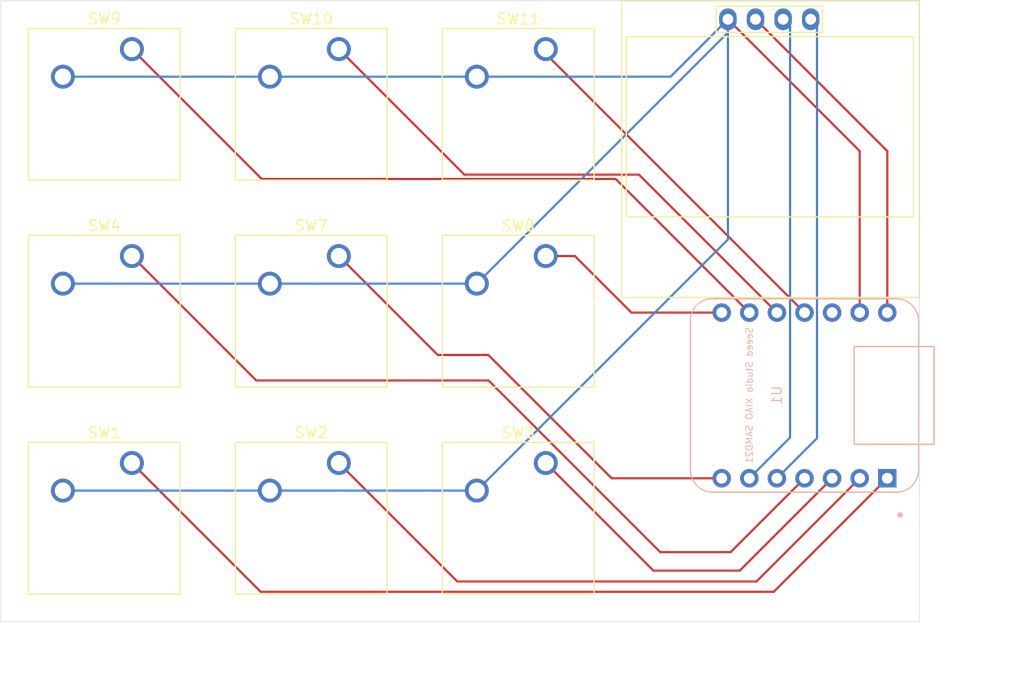
<source format=kicad_pcb>
(kicad_pcb (version 20240108) (generator "pcbnew") (generator_version "8.0")
  (layers (0 "F.Cu" signal) (31 "B.Cu" signal) (34 "B.Paste" user) (35 "F.Paste" user) (36 "B.SilkS" user "B.Silkscreen") (37 "F.SilkS" user "F.Silkscreen") (38 "B.Mask" user) (39 "F.Mask" user) (44 "Edge.Cuts" user))
  (net 0 "")
  (net 1 "GND")
  (net 2 "Net-(Brd1-SCL)")
  (net 3 "Net-(U1-PA02_A0_D0)")
  (net 4 "Net-(U1-PA4_A1_D1)")
  (net 5 "Net-(U1-PA10_A2_D2)")
  (net 6 "Net-(U1-PA11_A3_D3)")
  (net 7 "Net-(U1-PB09_A7_D7_RX)")
  (net 8 "Net-(U1-PA7_A8_D8_SCK)")
  (net 9 "Net-(U1-PA5_A9_D9_MISO)")
  (net 10 "Net-(U1-PA6_A10_D10_MOSI)")
  (net 12 "Net-(Brd1-SDA)")
  (net 13 "Net-(Brd1-VCC)")
  (net 14 "Net-(U1-PB08_A6_D6_TX)")
  (footprint "Button_Switch_Keyboard:SW_Cherry_MX_1.00u_PCB" (layer "F.Cu") (at 62.165 54.545)
    (property "Reference" "SW3" (at -2.54 -2.794 0) (layer "F.SilkS"))
    (property "Value" "SW_Push")
    (fp_line (start -9.525 -1.905) (end 4.445 -1.905) (stroke (width 0.12)) (layer "F.SilkS"))
    (fp_line (start -9.525 12.065) (end -9.525 -1.905) (stroke (width 0.12)) (layer "F.SilkS"))
    (fp_line (start 4.445 -1.905) (end 4.445 12.065) (stroke (width 0.12)) (layer "F.SilkS"))
    (fp_line (start 4.445 12.065) (end -9.525 12.065) (stroke (width 0.12)) (layer "F.SilkS"))
    (pad "" np_thru_hole circle (at -7.62 5.08) (size 1.7 1.7) (drill 1.7) (layers "*.Cu" "*.Mask"))
    (pad "" np_thru_hole circle (at -2.54 5.08) (size 4 4) (drill 4) (layers "*.Cu" "*.Mask"))
    (pad "" np_thru_hole circle (at 2.54 5.08) (size 1.7 1.7) (drill 1.7) (layers "*.Cu" "*.Mask"))
    (pad "1" thru_hole circle (at 0 0) (size 2.2 2.2) (drill 1.5) (layers "*.Cu" "*.Mask") (net 5 "Net-(U1-PA10_A2_D2)"))
    (pad "2" thru_hole circle (at -6.35 2.54) (size 2.2 2.2) (drill 1.5) (layers "*.Cu" "*.Mask") (net 1 "GND"))
  )
  (footprint "Button_Switch_Keyboard:SW_Cherry_MX_1.00u_PCB" (layer "F.Cu") (at 62.165 16.445)
    (property "Reference" "SW11" (at -2.54 -2.794 0) (layer "F.SilkS"))
    (property "Value" "SW_Push")
    (fp_line (start -9.525 -1.905) (end 4.445 -1.905) (stroke (width 0.12)) (layer "F.SilkS"))
    (fp_line (start -9.525 12.065) (end -9.525 -1.905) (stroke (width 0.12)) (layer "F.SilkS"))
    (fp_line (start 4.445 -1.905) (end 4.445 12.065) (stroke (width 0.12)) (layer "F.SilkS"))
    (fp_line (start 4.445 12.065) (end -9.525 12.065) (stroke (width 0.12)) (layer "F.SilkS"))
    (pad "" np_thru_hole circle (at -7.62 5.08) (size 1.7 1.7) (drill 1.7) (layers "*.Cu" "*.Mask"))
    (pad "" np_thru_hole circle (at -2.54 5.08) (size 4 4) (drill 4) (layers "*.Cu" "*.Mask"))
    (pad "" np_thru_hole circle (at 2.54 5.08) (size 1.7 1.7) (drill 1.7) (layers "*.Cu" "*.Mask"))
    (pad "1" thru_hole circle (at 0 0) (size 2.2 2.2) (drill 1.5) (layers "*.Cu" "*.Mask") (net 10 "Net-(U1-PA6_A10_D10_MOSI)"))
    (pad "2" thru_hole circle (at -6.35 2.54) (size 2.2 2.2) (drill 1.5) (layers "*.Cu" "*.Mask") (net 1 "GND"))
  )
  (footprint "Button_Switch_Keyboard:SW_Cherry_MX_1.00u_PCB" (layer "F.Cu") (at 24.065 35.495)
    (property "Reference" "SW4" (at -2.54 -2.794 0) (layer "F.SilkS"))
    (property "Value" "SW_Push")
    (fp_line (start -9.525 -1.905) (end 4.445 -1.905) (stroke (width 0.12)) (layer "F.SilkS"))
    (fp_line (start -9.525 12.065) (end -9.525 -1.905) (stroke (width 0.12)) (layer "F.SilkS"))
    (fp_line (start 4.445 -1.905) (end 4.445 12.065) (stroke (width 0.12)) (layer "F.SilkS"))
    (fp_line (start 4.445 12.065) (end -9.525 12.065) (stroke (width 0.12)) (layer "F.SilkS"))
    (pad "" np_thru_hole circle (at -7.62 5.08) (size 1.7 1.7) (drill 1.7) (layers "*.Cu" "*.Mask"))
    (pad "" np_thru_hole circle (at -2.54 5.08) (size 4 4) (drill 4) (layers "*.Cu" "*.Mask"))
    (pad "" np_thru_hole circle (at 2.54 5.08) (size 1.7 1.7) (drill 1.7) (layers "*.Cu" "*.Mask"))
    (pad "1" thru_hole circle (at 0 0) (size 2.2 2.2) (drill 1.5) (layers "*.Cu" "*.Mask") (net 6 "Net-(U1-PA11_A3_D3)"))
    (pad "2" thru_hole circle (at -6.35 2.54) (size 2.2 2.2) (drill 1.5) (layers "*.Cu" "*.Mask") (net 1 "GND"))
  )
  (footprint "Button_Switch_Keyboard:SW_Cherry_MX_1.00u_PCB" (layer "F.Cu") (at 24.065 54.545)
    (property "Reference" "SW1" (at -2.54 -2.794 0) (layer "F.SilkS"))
    (property "Value" "SW_Push")
    (fp_line (start -9.525 -1.905) (end 4.445 -1.905) (stroke (width 0.12)) (layer "F.SilkS"))
    (fp_line (start -9.525 12.065) (end -9.525 -1.905) (stroke (width 0.12)) (layer "F.SilkS"))
    (fp_line (start 4.445 -1.905) (end 4.445 12.065) (stroke (width 0.12)) (layer "F.SilkS"))
    (fp_line (start 4.445 12.065) (end -9.525 12.065) (stroke (width 0.12)) (layer "F.SilkS"))
    (pad "" np_thru_hole circle (at -7.62 5.08) (size 1.7 1.7) (drill 1.7) (layers "*.Cu" "*.Mask"))
    (pad "" np_thru_hole circle (at -2.54 5.08) (size 4 4) (drill 4) (layers "*.Cu" "*.Mask"))
    (pad "" np_thru_hole circle (at 2.54 5.08) (size 1.7 1.7) (drill 1.7) (layers "*.Cu" "*.Mask"))
    (pad "1" thru_hole circle (at 0 0) (size 2.2 2.2) (drill 1.5) (layers "*.Cu" "*.Mask") (net 3 "Net-(U1-PA02_A0_D0)"))
    (pad "2" thru_hole circle (at -6.35 2.54) (size 2.2 2.2) (drill 1.5) (layers "*.Cu" "*.Mask") (net 1 "GND"))
  )
  (footprint "Button_Switch_Keyboard:SW_Cherry_MX_1.00u_PCB" (layer "F.Cu") (at 62.165 35.495)
    (property "Reference" "SW8" (at -2.54 -2.794 0) (layer "F.SilkS"))
    (property "Value" "SW_Push")
    (fp_line (start -9.525 -1.905) (end 4.445 -1.905) (stroke (width 0.12)) (layer "F.SilkS"))
    (fp_line (start -9.525 12.065) (end -9.525 -1.905) (stroke (width 0.12)) (layer "F.SilkS"))
    (fp_line (start 4.445 -1.905) (end 4.445 12.065) (stroke (width 0.12)) (layer "F.SilkS"))
    (fp_line (start 4.445 12.065) (end -9.525 12.065) (stroke (width 0.12)) (layer "F.SilkS"))
    (pad "" np_thru_hole circle (at -7.62 5.08) (size 1.7 1.7) (drill 1.7) (layers "*.Cu" "*.Mask"))
    (pad "" np_thru_hole circle (at -2.54 5.08) (size 4 4) (drill 4) (layers "*.Cu" "*.Mask"))
    (pad "" np_thru_hole circle (at 2.54 5.08) (size 1.7 1.7) (drill 1.7) (layers "*.Cu" "*.Mask"))
    (pad "1" thru_hole circle (at 0 0) (size 2.2 2.2) (drill 1.5) (layers "*.Cu" "*.Mask") (net 7 "Net-(U1-PB09_A7_D7_RX)"))
    (pad "2" thru_hole circle (at -6.35 2.54) (size 2.2 2.2) (drill 1.5) (layers "*.Cu" "*.Mask") (net 1 "GND"))
  )
  (footprint "Button_Switch_Keyboard:SW_Cherry_MX_1.00u_PCB" (layer "F.Cu") (at 43.115 16.445)
    (property "Reference" "SW10" (at -2.54 -2.794 0) (layer "F.SilkS"))
    (property "Value" "SW_Push")
    (fp_line (start -9.525 -1.905) (end 4.445 -1.905) (stroke (width 0.12)) (layer "F.SilkS"))
    (fp_line (start -9.525 12.065) (end -9.525 -1.905) (stroke (width 0.12)) (layer "F.SilkS"))
    (fp_line (start 4.445 -1.905) (end 4.445 12.065) (stroke (width 0.12)) (layer "F.SilkS"))
    (fp_line (start 4.445 12.065) (end -9.525 12.065) (stroke (width 0.12)) (layer "F.SilkS"))
    (pad "" np_thru_hole circle (at -7.62 5.08) (size 1.7 1.7) (drill 1.7) (layers "*.Cu" "*.Mask"))
    (pad "" np_thru_hole circle (at -2.54 5.08) (size 4 4) (drill 4) (layers "*.Cu" "*.Mask"))
    (pad "" np_thru_hole circle (at 2.54 5.08) (size 1.7 1.7) (drill 1.7) (layers "*.Cu" "*.Mask"))
    (pad "1" thru_hole circle (at 0 0) (size 2.2 2.2) (drill 1.5) (layers "*.Cu" "*.Mask") (net 9 "Net-(U1-PA5_A9_D9_MISO)"))
    (pad "2" thru_hole circle (at -6.35 2.54) (size 2.2 2.2) (drill 1.5) (layers "*.Cu" "*.Mask") (net 1 "GND"))
  )
  (footprint "Button_Switch_Keyboard:SW_Cherry_MX_1.00u_PCB" (layer "F.Cu") (at 43.115 35.495)
    (property "Reference" "SW7" (at -2.54 -2.794 0) (layer "F.SilkS"))
    (property "Value" "SW_Push")
    (fp_line (start -9.525 -1.905) (end 4.445 -1.905) (stroke (width 0.12)) (layer "F.SilkS"))
    (fp_line (start -9.525 12.065) (end -9.525 -1.905) (stroke (width 0.12)) (layer "F.SilkS"))
    (fp_line (start 4.445 -1.905) (end 4.445 12.065) (stroke (width 0.12)) (layer "F.SilkS"))
    (fp_line (start 4.445 12.065) (end -9.525 12.065) (stroke (width 0.12)) (layer "F.SilkS"))
    (pad "" np_thru_hole circle (at -7.62 5.08) (size 1.7 1.7) (drill 1.7) (layers "*.Cu" "*.Mask"))
    (pad "" np_thru_hole circle (at -2.54 5.08) (size 4 4) (drill 4) (layers "*.Cu" "*.Mask"))
    (pad "" np_thru_hole circle (at 2.54 5.08) (size 1.7 1.7) (drill 1.7) (layers "*.Cu" "*.Mask"))
    (pad "1" thru_hole circle (at 0 0) (size 2.2 2.2) (drill 1.5) (layers "*.Cu" "*.Mask") (net 14 "Net-(U1-PB08_A6_D6_TX)"))
    (pad "2" thru_hole circle (at -6.35 2.54) (size 2.2 2.2) (drill 1.5) (layers "*.Cu" "*.Mask") (net 1 "GND"))
  )
  (footprint "Button_Switch_Keyboard:SW_Cherry_MX_1.00u_PCB" (layer "F.Cu") (at 24.065 16.445)
    (property "Reference" "SW9" (at -2.54 -2.794 0) (layer "F.SilkS"))
    (property "Value" "SW_Push")
    (fp_line (start -9.525 -1.905) (end 4.445 -1.905) (stroke (width 0.12)) (layer "F.SilkS"))
    (fp_line (start -9.525 12.065) (end -9.525 -1.905) (stroke (width 0.12)) (layer "F.SilkS"))
    (fp_line (start 4.445 -1.905) (end 4.445 12.065) (stroke (width 0.12)) (layer "F.SilkS"))
    (fp_line (start 4.445 12.065) (end -9.525 12.065) (stroke (width 0.12)) (layer "F.SilkS"))
    (pad "" np_thru_hole circle (at -7.62 5.08) (size 1.7 1.7) (drill 1.7) (layers "*.Cu" "*.Mask"))
    (pad "" np_thru_hole circle (at -2.54 5.08) (size 4 4) (drill 4) (layers "*.Cu" "*.Mask"))
    (pad "" np_thru_hole circle (at 2.54 5.08) (size 1.7 1.7) (drill 1.7) (layers "*.Cu" "*.Mask"))
    (pad "1" thru_hole circle (at 0 0) (size 2.2 2.2) (drill 1.5) (layers "*.Cu" "*.Mask") (net 8 "Net-(U1-PA7_A8_D8_SCK)"))
    (pad "2" thru_hole circle (at -6.35 2.54) (size 2.2 2.2) (drill 1.5) (layers "*.Cu" "*.Mask") (net 1 "GND"))
  )
  (footprint "SSD1306:128x64OLED" (layer "F.Cu") (at 82.55 24.3)
    (property "Reference" "Brd1" (hide yes))
    (property "Value" "SSD1306")
    (fp_line (start -13.4 -12.3) (end 14 -12.3) (stroke (width 0.12)) (layer "F.SilkS"))
    (fp_line (start -13.4 15) (end -13.4 -12.3) (stroke (width 0.12)) (layer "F.SilkS"))
    (fp_line (start -12.978 -9.005) (end 10.122 -9.005) (stroke (width 0.12)) (layer "F.SilkS"))
    (fp_line (start -12.978 7.595) (end -12.978 -9.005) (stroke (width 0.12)) (layer "F.SilkS"))
    (fp_line (start -4.699 -11.811) (end -4.699 -9.398) (stroke (width 0.12)) (layer "F.SilkS"))
    (fp_line (start -4.699 -11.811) (end 5.08 -11.811) (stroke (width 0.12)) (layer "F.SilkS"))
    (fp_line (start 5.08 -11.811) (end 5.08 -9.398) (stroke (width 0.12)) (layer "F.SilkS"))
    (fp_line (start 5.08 -9.398) (end -4.699 -9.398) (stroke (width 0.12)) (layer "F.SilkS"))
    (fp_line (start 10.122 -9.005) (end 13.208 -9.005) (stroke (width 0.12)) (layer "F.SilkS"))
    (fp_line (start 10.122 7.595) (end -12.978 7.595) (stroke (width 0.12)) (layer "F.SilkS"))
    (fp_line (start 10.122 7.595) (end 13.462 7.62) (stroke (width 0.12)) (layer "F.SilkS"))
    (fp_line (start 13.462 -9.017) (end 13.208 -9.005) (stroke (width 0.12)) (layer "F.SilkS"))
    (fp_line (start 13.462 7.62) (end 13.462 -9.017) (stroke (width 0.12)) (layer "F.SilkS"))
    (fp_line (start 14 -12.3) (end 14 15) (stroke (width 0.12)) (layer "F.SilkS"))
    (fp_line (start 14 15) (end -13.4 15) (stroke (width 0.12)) (layer "F.SilkS"))
    (pad "1" thru_hole oval (at -3.62 -10.6 90) (size 2 1.6) (drill 1) (layers "*.Cu" "*.Mask") (net 1 "GND"))
    (pad "2" thru_hole oval (at -1.08 -10.6 90) (size 2 1.6) (drill 1) (layers "*.Cu" "*.Mask") (net 13 "Net-(Brd1-VCC)"))
    (pad "3" thru_hole oval (at 1.46 -10.6 90) (size 2 1.6) (drill 1) (layers "*.Cu" "*.Mask") (net 2 "Net-(Brd1-SCL)"))
    (pad "4" thru_hole oval (at 4 -10.6 90) (size 2 1.6) (drill 1) (layers "*.Cu" "*.Mask") (net 12 "Net-(Brd1-SDA)"))
  )
  (footprint "Button_Switch_Keyboard:SW_Cherry_MX_1.00u_PCB" (layer "F.Cu") (at 43.115 54.545)
    (property "Reference" "SW2" (at -2.54 -2.794 0) (layer "F.SilkS"))
    (property "Value" "SW_Push")
    (fp_line (start -9.525 -1.905) (end 4.445 -1.905) (stroke (width 0.12)) (layer "F.SilkS"))
    (fp_line (start -9.525 12.065) (end -9.525 -1.905) (stroke (width 0.12)) (layer "F.SilkS"))
    (fp_line (start 4.445 -1.905) (end 4.445 12.065) (stroke (width 0.12)) (layer "F.SilkS"))
    (fp_line (start 4.445 12.065) (end -9.525 12.065) (stroke (width 0.12)) (layer "F.SilkS"))
    (pad "" np_thru_hole circle (at -7.62 5.08) (size 1.7 1.7) (drill 1.7) (layers "*.Cu" "*.Mask"))
    (pad "" np_thru_hole circle (at -2.54 5.08) (size 4 4) (drill 4) (layers "*.Cu" "*.Mask"))
    (pad "" np_thru_hole circle (at 2.54 5.08) (size 1.7 1.7) (drill 1.7) (layers "*.Cu" "*.Mask"))
    (pad "1" thru_hole circle (at 0 0) (size 2.2 2.2) (drill 1.5) (layers "*.Cu" "*.Mask") (net 4 "Net-(U1-PA4_A1_D1)"))
    (pad "2" thru_hole circle (at -6.35 2.54) (size 2.2 2.2) (drill 1.5) (layers "*.Cu" "*.Mask") (net 1 "GND"))
  )
  (footprint "Seeed Studio XIAO Series Library:XIAO-Generic-Thruhole-14P-2.54-21X17.8MM" (layer "B.Cu") (at 85.98 48.325 90)
    (property "Reference" "U1" (at 0 -2.54 90) (layer "B.SilkS") (effects (font (size 0.889 0.889) (thickness 0.1016)) (justify mirror)))
    (property "Value" "Seeed Studio XIAO SAMD21" (at 0 -5.08 90) (layer "B.SilkS") (effects (font (size 0.6096 0.6096) (thickness 0.0762)) (justify mirror)))
    (fp_line (start 6.9 -10.5) (end -6.9 -10.5) (stroke (width 0.127)) (layer "B.SilkS"))
    (fp_line (start -8.9 -8.5) (end -8.9 8.5) (stroke (width 0.127)) (layer "B.SilkS"))
    (fp_line (start 4.5 4.57073) (end 4.5 11.92403) (stroke (width 0.127)) (layer "B.SilkS"))
    (fp_line (start -4.5 4.57073) (end 4.5 4.57073) (stroke (width 0.127)) (layer "B.SilkS"))
    (fp_line (start 8.9 8.5) (end 8.9 -8.5) (stroke (width 0.127)) (layer "B.SilkS"))
    (fp_line (start -6.9 10.49909) (end 6.9 10.49909) (stroke (width 0.127)) (layer "B.SilkS"))
    (fp_line (start 4.5 11.92403) (end -4.5 11.92403) (stroke (width 0.127)) (layer "B.SilkS"))
    (fp_line (start -4.5 11.92403) (end -4.5 4.57073) (stroke (width 0.127)) (layer "B.SilkS"))
    (fp_arc (start 6.9 -10.5) (mid 8.314214 -9.914214) (end 8.9 -8.5) (stroke (width 0.12)) (layer "B.SilkS"))
    (fp_arc (start -8.9 -8.5) (mid -8.301423 -9.901423) (end -6.9 -10.5) (stroke (width 0.12)) (layer "B.SilkS"))
    (fp_arc (start 8.9 8.5) (mid 8.301492 9.901492) (end 6.9 10.5) (stroke (width 0.12)) (layer "B.SilkS"))
    (fp_arc (start -6.9 10.5) (mid -8.301491 9.901491) (end -8.9 8.5) (stroke (width 0.12)) (layer "B.SilkS"))
    (fp_circle (center -11 8.8) (end -11 9.054) (fill solid) (layer "B.SilkS"))
    (fp_poly (pts (xy -8.887715 8.561705) (xy -8.884667 8.610473) (xy -8.880603 8.659494)) (stroke (width 0.0254)) (fill none) (layer "B.SilkS"))
    (fp_poly (pts (xy 8.889492 -8.521574) (xy 8.887713 -8.57085) (xy 8.884665 -8.619618) (xy 8.880601 -8.668639) (xy 8.875268 -8.717407) (xy 8.868664 -8.766175) (xy 8.861044 -8.81469) (xy 8.852153 -8.86295) (xy 8.842248 -8.910955)) (stroke (width 0.0254)) (fill none) (layer "B.SilkS"))
    (pad "1" thru_hole rect (at -7.625 7.62 90) (size 1.7 1.7) (drill 1) (layers "*.Cu" "*.Mask") (net 3 "Net-(U1-PA02_A0_D0)"))
    (pad "2" thru_hole circle (at -7.625 5.08 90) (size 1.7 1.7) (drill 1) (layers "*.Cu" "*.Mask") (net 4 "Net-(U1-PA4_A1_D1)"))
    (pad "3" thru_hole circle (at -7.625 2.54 90) (size 1.7 1.7) (drill 1) (layers "*.Cu" "*.Mask") (net 5 "Net-(U1-PA10_A2_D2)"))
    (pad "4" thru_hole circle (at -7.625 0 90) (size 1.7 1.7) (drill 1) (layers "*.Cu" "*.Mask") (net 6 "Net-(U1-PA11_A3_D3)"))
    (pad "5" thru_hole circle (at -7.625 -2.54 90) (size 1.7 1.7) (drill 1) (layers "*.Cu" "*.Mask") (net 12 "Net-(Brd1-SDA)"))
    (pad "6" thru_hole circle (at -7.625 -5.08 270) (size 1.7 1.7) (drill 1) (layers "*.Cu" "*.Mask") (net 2 "Net-(Brd1-SCL)"))
    (pad "7" thru_hole circle (at -7.625 -7.62 90) (size 1.7 1.7) (drill 1) (layers "*.Cu" "*.Mask") (net 14 "Net-(U1-PB08_A6_D6_TX)"))
    (pad "8" thru_hole circle (at 7.625 -7.62 90) (size 1.7 1.7) (drill 1) (layers "*.Cu" "*.Mask") (net 7 "Net-(U1-PB09_A7_D7_RX)"))
    (pad "9" thru_hole circle (at 7.625 -5.08 90) (size 1.7 1.7) (drill 1) (layers "*.Cu" "*.Mask") (net 8 "Net-(U1-PA7_A8_D8_SCK)"))
    (pad "10" thru_hole circle (at 7.625 -2.54 90) (size 1.7 1.7) (drill 1) (layers "*.Cu" "*.Mask") (net 9 "Net-(U1-PA5_A9_D9_MISO)"))
    (pad "11" thru_hole circle (at 7.625 0 90) (size 1.7 1.7) (drill 1) (layers "*.Cu" "*.Mask") (net 10 "Net-(U1-PA6_A10_D10_MOSI)"))
    (pad "12" thru_hole circle (at 7.625 2.54 90) (size 1.7 1.7) (drill 1) (layers "*.Cu" "*.Mask"))
    (pad "13" thru_hole circle (at 7.625 5.08 90) (size 1.7 1.7) (drill 1) (layers "*.Cu" "*.Mask") (net 1 "GND"))
    (pad "14" thru_hole circle (at 7.625 7.62 90) (size 1.7 1.7) (drill 1) (layers "*.Cu" "*.Mask") (net 13 "Net-(Brd1-VCC)"))
  )
  (gr_rect (start 12 12) (end 96.55 69.15) (stroke (width 0.05)) (fill none) (layer "Edge.Cuts"))
  (segment (start 91.06 25.83) (end 78.93 13.7) (width 0.2) (layer "F.Cu") (net 1))
  (segment (start 91.06 40.7) (end 91.06 25.83) (width 0.2) (layer "F.Cu") (net 1))
  (segment (start 36.765 57.085) (end 17.715 57.085) (width 0.2) (layer "B.Cu") (net 1))
  (segment (start 36.765 38.035) (end 17.715 38.035) (width 0.2) (layer "B.Cu") (net 1))
  (segment (start 78.93 13.7) (end 73.645 18.985) (width 0.2) (layer "B.Cu") (net 1))
  (segment (start 55.815 57.085) (end 36.765 57.085) (width 0.2) (layer "B.Cu") (net 1))
  (segment (start 73.645 18.985) (end 55.815 18.985) (width 0.2) (layer "B.Cu") (net 1))
  (segment (start 36.765 18.985) (end 17.715 18.985) (width 0.2) (layer "B.Cu") (net 1))
  (segment (start 55.815 18.985) (end 36.765 18.985) (width 0.2) (layer "B.Cu") (net 1))
  (segment (start 78.93 33.97) (end 55.815 57.085) (width 0.2) (layer "B.Cu") (net 1))
  (segment (start 78.93 14.92) (end 55.815 38.035) (width 0.2) (layer "B.Cu") (net 1))
  (segment (start 55.815 38.035) (end 36.765 38.035) (width 0.2) (layer "B.Cu") (net 1))
  (segment (start 78.93 13.7) (end 78.93 14.92) (width 0.2) (layer "B.Cu") (net 1))
  (segment (start 78.93 13.7) (end 78.93 33.97) (width 0.2) (layer "B.Cu") (net 1))
  (segment (start 84.65 14.34) (end 84.65 52.2) (width 0.2) (layer "B.Cu") (net 2))
  (segment (start 84.65 52.2) (end 80.9 55.95) (width 0.2) (layer "B.Cu") (net 2))
  (segment (start 84.01 13.7) (end 84.65 14.34) (width 0.2) (layer "B.Cu") (net 2))
  (segment (start 83.15 66.4) (end 35.92 66.4) (width 0.2) (layer "F.Cu") (net 3))
  (segment (start 93.6 55.95) (end 83.15 66.4) (width 0.2) (layer "F.Cu") (net 3))
  (segment (start 35.92 66.4) (end 24.065 54.545) (width 0.2) (layer "F.Cu") (net 3))
  (segment (start 81.56 65.45) (end 54.02 65.45) (width 0.2) (layer "F.Cu") (net 4))
  (segment (start 91.06 55.95) (end 81.56 65.45) (width 0.2) (layer "F.Cu") (net 4))
  (segment (start 54.02 65.45) (end 43.115 54.545) (width 0.2) (layer "F.Cu") (net 4))
  (segment (start 80.02 64.45) (end 72.07 64.45) (width 0.2) (layer "F.Cu") (net 5))
  (segment (start 88.52 55.95) (end 80.02 64.45) (width 0.2) (layer "F.Cu") (net 5))
  (segment (start 72.07 64.45) (end 62.165 54.545) (width 0.2) (layer "F.Cu") (net 5))
  (segment (start 79.18 62.75) (end 72.7 62.75) (width 0.2) (layer "F.Cu") (net 6))
  (segment (start 85.98 55.95) (end 79.18 62.75) (width 0.2) (layer "F.Cu") (net 6))
  (segment (start 72.7 62.75) (end 56.896753 46.946753) (width 0.2) (layer "F.Cu") (net 6))
  (segment (start 56.896753 46.946753) (end 35.516753 46.946753) (width 0.2) (layer "F.Cu") (net 6))
  (segment (start 35.516753 46.946753) (end 24.065 35.495) (width 0.2) (layer "F.Cu") (net 6))
  (segment (start 70.05 40.7) (end 64.845 35.495) (width 0.2) (layer "F.Cu") (net 7))
  (segment (start 78.36 40.7) (end 70.05 40.7) (width 0.2) (layer "F.Cu") (net 7))
  (segment (start 64.845 35.495) (end 62.165 35.495) (width 0.2) (layer "F.Cu") (net 7))
  (segment (start 68.6 28.4) (end 36.02 28.4) (width 0.2) (layer "F.Cu") (net 8))
  (segment (start 36.02 28.4) (end 24.065 16.445) (width 0.2) (layer "F.Cu") (net 8))
  (segment (start 80.9 40.7) (end 68.6 28.4) (width 0.2) (layer "F.Cu") (net 8))
  (segment (start 83.44 40.7) (end 70.74 28) (width 0.2) (layer "F.Cu") (net 9))
  (segment (start 54.67 28) (end 43.115 16.445) (width 0.2) (layer "F.Cu") (net 9))
  (segment (start 70.74 28) (end 54.67 28) (width 0.2) (layer "F.Cu") (net 9))
  (segment (start 62.165 16.885) (end 62.165 16.445) (width 0.2) (layer "F.Cu") (net 10))
  (segment (start 85.98 40.7) (end 62.165 16.885) (width 0.2) (layer "F.Cu") (net 10))
  (segment (start 86.55 13.7) (end 87.13 14.28) (width 0.2) (layer "B.Cu") (net 12))
  (segment (start 87.13 14.28) (end 87.13 52.26) (width 0.2) (layer "B.Cu") (net 12))
  (segment (start 87.13 52.26) (end 83.44 55.95) (width 0.2) (layer "B.Cu") (net 12))
  (segment (start 93.6 25.83) (end 81.47 13.7) (width 0.2) (layer "F.Cu") (net 13))
  (segment (start 93.6 40.7) (end 93.6 25.83) (width 0.2) (layer "F.Cu") (net 13))
  (segment (start 68.222944 55.95) (end 56.872944 44.6) (width 0.2) (layer "F.Cu") (net 14))
  (segment (start 56.872944 44.6) (end 52.22 44.6) (width 0.2) (layer "F.Cu") (net 14))
  (segment (start 52.22 44.6) (end 43.115 35.495) (width 0.2) (layer "F.Cu") (net 14))
  (segment (start 78.36 55.95) (end 68.222944 55.95) (width 0.2) (layer "F.Cu") (net 14))
)
</source>
